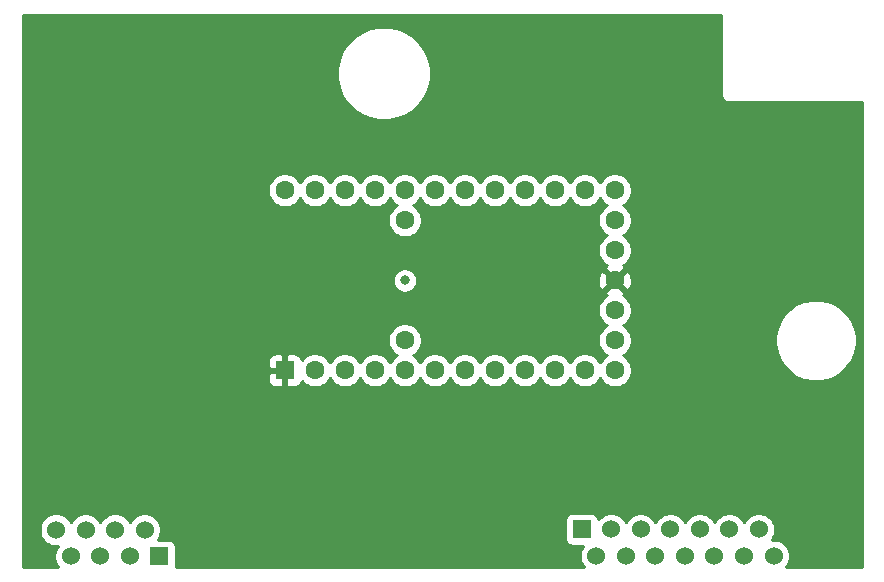
<source format=gbr>
G04 #@! TF.GenerationSoftware,KiCad,Pcbnew,(5.1.5-0-10_14)*
G04 #@! TF.CreationDate,2020-05-11T22:22:16+08:00*
G04 #@! TF.ProjectId,HHKB Lite 2,48484b42-204c-4697-9465-20322e6b6963,rev?*
G04 #@! TF.SameCoordinates,Original*
G04 #@! TF.FileFunction,Copper,L2,Bot*
G04 #@! TF.FilePolarity,Positive*
%FSLAX46Y46*%
G04 Gerber Fmt 4.6, Leading zero omitted, Abs format (unit mm)*
G04 Created by KiCad (PCBNEW (5.1.5-0-10_14)) date 2020-05-11 22:22:16*
%MOMM*%
%LPD*%
G04 APERTURE LIST*
%ADD10C,1.524000*%
%ADD11R,1.524000X1.524000*%
%ADD12C,1.600000*%
%ADD13R,1.600000X1.600000*%
%ADD14C,0.800000*%
%ADD15C,0.254000*%
G04 APERTURE END LIST*
D10*
X125412000Y-73188000D03*
X126662000Y-75438000D03*
X127912000Y-73188000D03*
X129162000Y-75438000D03*
X130412000Y-73188000D03*
X131662000Y-75438000D03*
X132912000Y-73188000D03*
D11*
X134162000Y-75438000D03*
D10*
X186160000Y-75402000D03*
X184910000Y-73152000D03*
X183660000Y-75402000D03*
X182410000Y-73152000D03*
X181160000Y-75402000D03*
X179910000Y-73152000D03*
X178660000Y-75402000D03*
X177410000Y-73152000D03*
X176160000Y-75402000D03*
X174910000Y-73152000D03*
X173660000Y-75402000D03*
X172410000Y-73152000D03*
X171160000Y-75402000D03*
D11*
X169910000Y-73152000D03*
D12*
X154940000Y-46990000D03*
X154940000Y-57150000D03*
X144780000Y-44450000D03*
X147320000Y-44450000D03*
X149860000Y-44450000D03*
X152400000Y-44450000D03*
X154940000Y-44450000D03*
X157480000Y-44450000D03*
X160020000Y-44450000D03*
X162560000Y-44450000D03*
X165100000Y-44450000D03*
X167640000Y-44450000D03*
X170180000Y-44450000D03*
X172720000Y-44450000D03*
X172720000Y-46990000D03*
X172720000Y-49530000D03*
X172720000Y-54610000D03*
X172720000Y-57150000D03*
X172720000Y-59690000D03*
X170180000Y-59690000D03*
X167640000Y-59690000D03*
X165100000Y-59690000D03*
X162560000Y-59690000D03*
X160020000Y-59690000D03*
X157480000Y-59690000D03*
X154940000Y-59690000D03*
X152400000Y-59690000D03*
X149860000Y-59690000D03*
X147320000Y-59690000D03*
D13*
X144780000Y-59690000D03*
D12*
X172720000Y-52070000D03*
D14*
X154940000Y-52070000D03*
D15*
G36*
X181712000Y-36289581D02*
G01*
X181708807Y-36322000D01*
X181721550Y-36451383D01*
X181759290Y-36575793D01*
X181820575Y-36690450D01*
X181903052Y-36790948D01*
X182003550Y-36873425D01*
X182118207Y-36934710D01*
X182242617Y-36972450D01*
X182372000Y-36985193D01*
X182404419Y-36982000D01*
X193650001Y-36982000D01*
X193650000Y-76302000D01*
X187235655Y-76302000D01*
X187245120Y-76292535D01*
X187398005Y-76063727D01*
X187503314Y-75809490D01*
X187557000Y-75539592D01*
X187557000Y-75264408D01*
X187503314Y-74994510D01*
X187398005Y-74740273D01*
X187245120Y-74511465D01*
X187050535Y-74316880D01*
X186821727Y-74163995D01*
X186567490Y-74058686D01*
X186297592Y-74005000D01*
X186022408Y-74005000D01*
X186019862Y-74005506D01*
X186148005Y-73813727D01*
X186253314Y-73559490D01*
X186307000Y-73289592D01*
X186307000Y-73014408D01*
X186253314Y-72744510D01*
X186148005Y-72490273D01*
X185995120Y-72261465D01*
X185800535Y-72066880D01*
X185571727Y-71913995D01*
X185317490Y-71808686D01*
X185047592Y-71755000D01*
X184772408Y-71755000D01*
X184502510Y-71808686D01*
X184248273Y-71913995D01*
X184019465Y-72066880D01*
X183824880Y-72261465D01*
X183671995Y-72490273D01*
X183660000Y-72519231D01*
X183648005Y-72490273D01*
X183495120Y-72261465D01*
X183300535Y-72066880D01*
X183071727Y-71913995D01*
X182817490Y-71808686D01*
X182547592Y-71755000D01*
X182272408Y-71755000D01*
X182002510Y-71808686D01*
X181748273Y-71913995D01*
X181519465Y-72066880D01*
X181324880Y-72261465D01*
X181171995Y-72490273D01*
X181160000Y-72519231D01*
X181148005Y-72490273D01*
X180995120Y-72261465D01*
X180800535Y-72066880D01*
X180571727Y-71913995D01*
X180317490Y-71808686D01*
X180047592Y-71755000D01*
X179772408Y-71755000D01*
X179502510Y-71808686D01*
X179248273Y-71913995D01*
X179019465Y-72066880D01*
X178824880Y-72261465D01*
X178671995Y-72490273D01*
X178660000Y-72519231D01*
X178648005Y-72490273D01*
X178495120Y-72261465D01*
X178300535Y-72066880D01*
X178071727Y-71913995D01*
X177817490Y-71808686D01*
X177547592Y-71755000D01*
X177272408Y-71755000D01*
X177002510Y-71808686D01*
X176748273Y-71913995D01*
X176519465Y-72066880D01*
X176324880Y-72261465D01*
X176171995Y-72490273D01*
X176160000Y-72519231D01*
X176148005Y-72490273D01*
X175995120Y-72261465D01*
X175800535Y-72066880D01*
X175571727Y-71913995D01*
X175317490Y-71808686D01*
X175047592Y-71755000D01*
X174772408Y-71755000D01*
X174502510Y-71808686D01*
X174248273Y-71913995D01*
X174019465Y-72066880D01*
X173824880Y-72261465D01*
X173671995Y-72490273D01*
X173660000Y-72519231D01*
X173648005Y-72490273D01*
X173495120Y-72261465D01*
X173300535Y-72066880D01*
X173071727Y-71913995D01*
X172817490Y-71808686D01*
X172547592Y-71755000D01*
X172272408Y-71755000D01*
X172002510Y-71808686D01*
X171748273Y-71913995D01*
X171519465Y-72066880D01*
X171324880Y-72261465D01*
X171300941Y-72297292D01*
X171297812Y-72265518D01*
X171261502Y-72145820D01*
X171202537Y-72035506D01*
X171123185Y-71938815D01*
X171026494Y-71859463D01*
X170916180Y-71800498D01*
X170796482Y-71764188D01*
X170672000Y-71751928D01*
X169148000Y-71751928D01*
X169023518Y-71764188D01*
X168903820Y-71800498D01*
X168793506Y-71859463D01*
X168696815Y-71938815D01*
X168617463Y-72035506D01*
X168558498Y-72145820D01*
X168522188Y-72265518D01*
X168509928Y-72390000D01*
X168509928Y-73914000D01*
X168522188Y-74038482D01*
X168558498Y-74158180D01*
X168617463Y-74268494D01*
X168696815Y-74365185D01*
X168793506Y-74444537D01*
X168903820Y-74503502D01*
X169023518Y-74539812D01*
X169148000Y-74552072D01*
X170047747Y-74552072D01*
X169921995Y-74740273D01*
X169816686Y-74994510D01*
X169763000Y-75264408D01*
X169763000Y-75539592D01*
X169816686Y-75809490D01*
X169921995Y-76063727D01*
X170074880Y-76292535D01*
X170084345Y-76302000D01*
X135552026Y-76302000D01*
X135562072Y-76200000D01*
X135562072Y-74676000D01*
X135549812Y-74551518D01*
X135513502Y-74431820D01*
X135454537Y-74321506D01*
X135375185Y-74224815D01*
X135278494Y-74145463D01*
X135168180Y-74086498D01*
X135048482Y-74050188D01*
X134924000Y-74037928D01*
X134024253Y-74037928D01*
X134150005Y-73849727D01*
X134255314Y-73595490D01*
X134309000Y-73325592D01*
X134309000Y-73050408D01*
X134255314Y-72780510D01*
X134150005Y-72526273D01*
X133997120Y-72297465D01*
X133802535Y-72102880D01*
X133573727Y-71949995D01*
X133319490Y-71844686D01*
X133049592Y-71791000D01*
X132774408Y-71791000D01*
X132504510Y-71844686D01*
X132250273Y-71949995D01*
X132021465Y-72102880D01*
X131826880Y-72297465D01*
X131673995Y-72526273D01*
X131662000Y-72555231D01*
X131650005Y-72526273D01*
X131497120Y-72297465D01*
X131302535Y-72102880D01*
X131073727Y-71949995D01*
X130819490Y-71844686D01*
X130549592Y-71791000D01*
X130274408Y-71791000D01*
X130004510Y-71844686D01*
X129750273Y-71949995D01*
X129521465Y-72102880D01*
X129326880Y-72297465D01*
X129173995Y-72526273D01*
X129162000Y-72555231D01*
X129150005Y-72526273D01*
X128997120Y-72297465D01*
X128802535Y-72102880D01*
X128573727Y-71949995D01*
X128319490Y-71844686D01*
X128049592Y-71791000D01*
X127774408Y-71791000D01*
X127504510Y-71844686D01*
X127250273Y-71949995D01*
X127021465Y-72102880D01*
X126826880Y-72297465D01*
X126673995Y-72526273D01*
X126662000Y-72555231D01*
X126650005Y-72526273D01*
X126497120Y-72297465D01*
X126302535Y-72102880D01*
X126073727Y-71949995D01*
X125819490Y-71844686D01*
X125549592Y-71791000D01*
X125274408Y-71791000D01*
X125004510Y-71844686D01*
X124750273Y-71949995D01*
X124521465Y-72102880D01*
X124326880Y-72297465D01*
X124173995Y-72526273D01*
X124068686Y-72780510D01*
X124015000Y-73050408D01*
X124015000Y-73325592D01*
X124068686Y-73595490D01*
X124173995Y-73849727D01*
X124326880Y-74078535D01*
X124521465Y-74273120D01*
X124750273Y-74426005D01*
X125004510Y-74531314D01*
X125274408Y-74585000D01*
X125549592Y-74585000D01*
X125552138Y-74584494D01*
X125423995Y-74776273D01*
X125318686Y-75030510D01*
X125265000Y-75300408D01*
X125265000Y-75575592D01*
X125318686Y-75845490D01*
X125423995Y-76099727D01*
X125559150Y-76302000D01*
X122580000Y-76302000D01*
X122580000Y-60490000D01*
X143341928Y-60490000D01*
X143354188Y-60614482D01*
X143390498Y-60734180D01*
X143449463Y-60844494D01*
X143528815Y-60941185D01*
X143625506Y-61020537D01*
X143735820Y-61079502D01*
X143855518Y-61115812D01*
X143980000Y-61128072D01*
X144494250Y-61125000D01*
X144653000Y-60966250D01*
X144653000Y-59817000D01*
X143503750Y-59817000D01*
X143345000Y-59975750D01*
X143341928Y-60490000D01*
X122580000Y-60490000D01*
X122580000Y-58890000D01*
X143341928Y-58890000D01*
X143345000Y-59404250D01*
X143503750Y-59563000D01*
X144653000Y-59563000D01*
X144653000Y-58413750D01*
X144907000Y-58413750D01*
X144907000Y-59563000D01*
X144927000Y-59563000D01*
X144927000Y-59817000D01*
X144907000Y-59817000D01*
X144907000Y-60966250D01*
X145065750Y-61125000D01*
X145580000Y-61128072D01*
X145704482Y-61115812D01*
X145824180Y-61079502D01*
X145934494Y-61020537D01*
X146031185Y-60941185D01*
X146110537Y-60844494D01*
X146169502Y-60734180D01*
X146205812Y-60614482D01*
X146206643Y-60606039D01*
X146405241Y-60804637D01*
X146640273Y-60961680D01*
X146901426Y-61069853D01*
X147178665Y-61125000D01*
X147461335Y-61125000D01*
X147738574Y-61069853D01*
X147999727Y-60961680D01*
X148234759Y-60804637D01*
X148434637Y-60604759D01*
X148590000Y-60372241D01*
X148745363Y-60604759D01*
X148945241Y-60804637D01*
X149180273Y-60961680D01*
X149441426Y-61069853D01*
X149718665Y-61125000D01*
X150001335Y-61125000D01*
X150278574Y-61069853D01*
X150539727Y-60961680D01*
X150774759Y-60804637D01*
X150974637Y-60604759D01*
X151130000Y-60372241D01*
X151285363Y-60604759D01*
X151485241Y-60804637D01*
X151720273Y-60961680D01*
X151981426Y-61069853D01*
X152258665Y-61125000D01*
X152541335Y-61125000D01*
X152818574Y-61069853D01*
X153079727Y-60961680D01*
X153314759Y-60804637D01*
X153514637Y-60604759D01*
X153670000Y-60372241D01*
X153825363Y-60604759D01*
X154025241Y-60804637D01*
X154260273Y-60961680D01*
X154521426Y-61069853D01*
X154798665Y-61125000D01*
X155081335Y-61125000D01*
X155358574Y-61069853D01*
X155619727Y-60961680D01*
X155854759Y-60804637D01*
X156054637Y-60604759D01*
X156210000Y-60372241D01*
X156365363Y-60604759D01*
X156565241Y-60804637D01*
X156800273Y-60961680D01*
X157061426Y-61069853D01*
X157338665Y-61125000D01*
X157621335Y-61125000D01*
X157898574Y-61069853D01*
X158159727Y-60961680D01*
X158394759Y-60804637D01*
X158594637Y-60604759D01*
X158750000Y-60372241D01*
X158905363Y-60604759D01*
X159105241Y-60804637D01*
X159340273Y-60961680D01*
X159601426Y-61069853D01*
X159878665Y-61125000D01*
X160161335Y-61125000D01*
X160438574Y-61069853D01*
X160699727Y-60961680D01*
X160934759Y-60804637D01*
X161134637Y-60604759D01*
X161290000Y-60372241D01*
X161445363Y-60604759D01*
X161645241Y-60804637D01*
X161880273Y-60961680D01*
X162141426Y-61069853D01*
X162418665Y-61125000D01*
X162701335Y-61125000D01*
X162978574Y-61069853D01*
X163239727Y-60961680D01*
X163474759Y-60804637D01*
X163674637Y-60604759D01*
X163830000Y-60372241D01*
X163985363Y-60604759D01*
X164185241Y-60804637D01*
X164420273Y-60961680D01*
X164681426Y-61069853D01*
X164958665Y-61125000D01*
X165241335Y-61125000D01*
X165518574Y-61069853D01*
X165779727Y-60961680D01*
X166014759Y-60804637D01*
X166214637Y-60604759D01*
X166370000Y-60372241D01*
X166525363Y-60604759D01*
X166725241Y-60804637D01*
X166960273Y-60961680D01*
X167221426Y-61069853D01*
X167498665Y-61125000D01*
X167781335Y-61125000D01*
X168058574Y-61069853D01*
X168319727Y-60961680D01*
X168554759Y-60804637D01*
X168754637Y-60604759D01*
X168910000Y-60372241D01*
X169065363Y-60604759D01*
X169265241Y-60804637D01*
X169500273Y-60961680D01*
X169761426Y-61069853D01*
X170038665Y-61125000D01*
X170321335Y-61125000D01*
X170598574Y-61069853D01*
X170859727Y-60961680D01*
X171094759Y-60804637D01*
X171294637Y-60604759D01*
X171450000Y-60372241D01*
X171605363Y-60604759D01*
X171805241Y-60804637D01*
X172040273Y-60961680D01*
X172301426Y-61069853D01*
X172578665Y-61125000D01*
X172861335Y-61125000D01*
X173138574Y-61069853D01*
X173399727Y-60961680D01*
X173634759Y-60804637D01*
X173834637Y-60604759D01*
X173991680Y-60369727D01*
X174099853Y-60108574D01*
X174155000Y-59831335D01*
X174155000Y-59548665D01*
X174099853Y-59271426D01*
X173991680Y-59010273D01*
X173834637Y-58775241D01*
X173634759Y-58575363D01*
X173402241Y-58420000D01*
X173634759Y-58264637D01*
X173834637Y-58064759D01*
X173991680Y-57829727D01*
X174099853Y-57568574D01*
X174155000Y-57291335D01*
X174155000Y-57008665D01*
X174115381Y-56809488D01*
X186280728Y-56809488D01*
X186280728Y-57490512D01*
X186413589Y-58158449D01*
X186674206Y-58787632D01*
X187052562Y-59353882D01*
X187534118Y-59835438D01*
X188100368Y-60213794D01*
X188729551Y-60474411D01*
X189397488Y-60607272D01*
X190078512Y-60607272D01*
X190746449Y-60474411D01*
X191375632Y-60213794D01*
X191941882Y-59835438D01*
X192423438Y-59353882D01*
X192801794Y-58787632D01*
X193062411Y-58158449D01*
X193195272Y-57490512D01*
X193195272Y-56809488D01*
X193062411Y-56141551D01*
X192801794Y-55512368D01*
X192423438Y-54946118D01*
X191941882Y-54464562D01*
X191375632Y-54086206D01*
X190746449Y-53825589D01*
X190078512Y-53692728D01*
X189397488Y-53692728D01*
X188729551Y-53825589D01*
X188100368Y-54086206D01*
X187534118Y-54464562D01*
X187052562Y-54946118D01*
X186674206Y-55512368D01*
X186413589Y-56141551D01*
X186280728Y-56809488D01*
X174115381Y-56809488D01*
X174099853Y-56731426D01*
X173991680Y-56470273D01*
X173834637Y-56235241D01*
X173634759Y-56035363D01*
X173402241Y-55880000D01*
X173634759Y-55724637D01*
X173834637Y-55524759D01*
X173991680Y-55289727D01*
X174099853Y-55028574D01*
X174155000Y-54751335D01*
X174155000Y-54468665D01*
X174099853Y-54191426D01*
X173991680Y-53930273D01*
X173834637Y-53695241D01*
X173634759Y-53495363D01*
X173400872Y-53339085D01*
X173461514Y-53306671D01*
X173533097Y-53062702D01*
X172720000Y-52249605D01*
X171906903Y-53062702D01*
X171978486Y-53306671D01*
X172042992Y-53337194D01*
X172040273Y-53338320D01*
X171805241Y-53495363D01*
X171605363Y-53695241D01*
X171448320Y-53930273D01*
X171340147Y-54191426D01*
X171285000Y-54468665D01*
X171285000Y-54751335D01*
X171340147Y-55028574D01*
X171448320Y-55289727D01*
X171605363Y-55524759D01*
X171805241Y-55724637D01*
X172037759Y-55880000D01*
X171805241Y-56035363D01*
X171605363Y-56235241D01*
X171448320Y-56470273D01*
X171340147Y-56731426D01*
X171285000Y-57008665D01*
X171285000Y-57291335D01*
X171340147Y-57568574D01*
X171448320Y-57829727D01*
X171605363Y-58064759D01*
X171805241Y-58264637D01*
X172037759Y-58420000D01*
X171805241Y-58575363D01*
X171605363Y-58775241D01*
X171450000Y-59007759D01*
X171294637Y-58775241D01*
X171094759Y-58575363D01*
X170859727Y-58418320D01*
X170598574Y-58310147D01*
X170321335Y-58255000D01*
X170038665Y-58255000D01*
X169761426Y-58310147D01*
X169500273Y-58418320D01*
X169265241Y-58575363D01*
X169065363Y-58775241D01*
X168910000Y-59007759D01*
X168754637Y-58775241D01*
X168554759Y-58575363D01*
X168319727Y-58418320D01*
X168058574Y-58310147D01*
X167781335Y-58255000D01*
X167498665Y-58255000D01*
X167221426Y-58310147D01*
X166960273Y-58418320D01*
X166725241Y-58575363D01*
X166525363Y-58775241D01*
X166370000Y-59007759D01*
X166214637Y-58775241D01*
X166014759Y-58575363D01*
X165779727Y-58418320D01*
X165518574Y-58310147D01*
X165241335Y-58255000D01*
X164958665Y-58255000D01*
X164681426Y-58310147D01*
X164420273Y-58418320D01*
X164185241Y-58575363D01*
X163985363Y-58775241D01*
X163830000Y-59007759D01*
X163674637Y-58775241D01*
X163474759Y-58575363D01*
X163239727Y-58418320D01*
X162978574Y-58310147D01*
X162701335Y-58255000D01*
X162418665Y-58255000D01*
X162141426Y-58310147D01*
X161880273Y-58418320D01*
X161645241Y-58575363D01*
X161445363Y-58775241D01*
X161290000Y-59007759D01*
X161134637Y-58775241D01*
X160934759Y-58575363D01*
X160699727Y-58418320D01*
X160438574Y-58310147D01*
X160161335Y-58255000D01*
X159878665Y-58255000D01*
X159601426Y-58310147D01*
X159340273Y-58418320D01*
X159105241Y-58575363D01*
X158905363Y-58775241D01*
X158750000Y-59007759D01*
X158594637Y-58775241D01*
X158394759Y-58575363D01*
X158159727Y-58418320D01*
X157898574Y-58310147D01*
X157621335Y-58255000D01*
X157338665Y-58255000D01*
X157061426Y-58310147D01*
X156800273Y-58418320D01*
X156565241Y-58575363D01*
X156365363Y-58775241D01*
X156210000Y-59007759D01*
X156054637Y-58775241D01*
X155854759Y-58575363D01*
X155622241Y-58420000D01*
X155854759Y-58264637D01*
X156054637Y-58064759D01*
X156211680Y-57829727D01*
X156319853Y-57568574D01*
X156375000Y-57291335D01*
X156375000Y-57008665D01*
X156319853Y-56731426D01*
X156211680Y-56470273D01*
X156054637Y-56235241D01*
X155854759Y-56035363D01*
X155619727Y-55878320D01*
X155358574Y-55770147D01*
X155081335Y-55715000D01*
X154798665Y-55715000D01*
X154521426Y-55770147D01*
X154260273Y-55878320D01*
X154025241Y-56035363D01*
X153825363Y-56235241D01*
X153668320Y-56470273D01*
X153560147Y-56731426D01*
X153505000Y-57008665D01*
X153505000Y-57291335D01*
X153560147Y-57568574D01*
X153668320Y-57829727D01*
X153825363Y-58064759D01*
X154025241Y-58264637D01*
X154257759Y-58420000D01*
X154025241Y-58575363D01*
X153825363Y-58775241D01*
X153670000Y-59007759D01*
X153514637Y-58775241D01*
X153314759Y-58575363D01*
X153079727Y-58418320D01*
X152818574Y-58310147D01*
X152541335Y-58255000D01*
X152258665Y-58255000D01*
X151981426Y-58310147D01*
X151720273Y-58418320D01*
X151485241Y-58575363D01*
X151285363Y-58775241D01*
X151130000Y-59007759D01*
X150974637Y-58775241D01*
X150774759Y-58575363D01*
X150539727Y-58418320D01*
X150278574Y-58310147D01*
X150001335Y-58255000D01*
X149718665Y-58255000D01*
X149441426Y-58310147D01*
X149180273Y-58418320D01*
X148945241Y-58575363D01*
X148745363Y-58775241D01*
X148590000Y-59007759D01*
X148434637Y-58775241D01*
X148234759Y-58575363D01*
X147999727Y-58418320D01*
X147738574Y-58310147D01*
X147461335Y-58255000D01*
X147178665Y-58255000D01*
X146901426Y-58310147D01*
X146640273Y-58418320D01*
X146405241Y-58575363D01*
X146206643Y-58773961D01*
X146205812Y-58765518D01*
X146169502Y-58645820D01*
X146110537Y-58535506D01*
X146031185Y-58438815D01*
X145934494Y-58359463D01*
X145824180Y-58300498D01*
X145704482Y-58264188D01*
X145580000Y-58251928D01*
X145065750Y-58255000D01*
X144907000Y-58413750D01*
X144653000Y-58413750D01*
X144494250Y-58255000D01*
X143980000Y-58251928D01*
X143855518Y-58264188D01*
X143735820Y-58300498D01*
X143625506Y-58359463D01*
X143528815Y-58438815D01*
X143449463Y-58535506D01*
X143390498Y-58645820D01*
X143354188Y-58765518D01*
X143341928Y-58890000D01*
X122580000Y-58890000D01*
X122580000Y-51968061D01*
X153905000Y-51968061D01*
X153905000Y-52171939D01*
X153944774Y-52371898D01*
X154022795Y-52560256D01*
X154136063Y-52729774D01*
X154280226Y-52873937D01*
X154449744Y-52987205D01*
X154638102Y-53065226D01*
X154838061Y-53105000D01*
X155041939Y-53105000D01*
X155241898Y-53065226D01*
X155430256Y-52987205D01*
X155599774Y-52873937D01*
X155743937Y-52729774D01*
X155857205Y-52560256D01*
X155935226Y-52371898D01*
X155975000Y-52171939D01*
X155975000Y-52140512D01*
X171279783Y-52140512D01*
X171321213Y-52420130D01*
X171416397Y-52686292D01*
X171483329Y-52811514D01*
X171727298Y-52883097D01*
X172540395Y-52070000D01*
X172899605Y-52070000D01*
X173712702Y-52883097D01*
X173956671Y-52811514D01*
X174077571Y-52556004D01*
X174146300Y-52281816D01*
X174160217Y-51999488D01*
X174118787Y-51719870D01*
X174023603Y-51453708D01*
X173956671Y-51328486D01*
X173712702Y-51256903D01*
X172899605Y-52070000D01*
X172540395Y-52070000D01*
X171727298Y-51256903D01*
X171483329Y-51328486D01*
X171362429Y-51583996D01*
X171293700Y-51858184D01*
X171279783Y-52140512D01*
X155975000Y-52140512D01*
X155975000Y-51968061D01*
X155935226Y-51768102D01*
X155857205Y-51579744D01*
X155743937Y-51410226D01*
X155599774Y-51266063D01*
X155430256Y-51152795D01*
X155241898Y-51074774D01*
X155041939Y-51035000D01*
X154838061Y-51035000D01*
X154638102Y-51074774D01*
X154449744Y-51152795D01*
X154280226Y-51266063D01*
X154136063Y-51410226D01*
X154022795Y-51579744D01*
X153944774Y-51768102D01*
X153905000Y-51968061D01*
X122580000Y-51968061D01*
X122580000Y-44308665D01*
X143345000Y-44308665D01*
X143345000Y-44591335D01*
X143400147Y-44868574D01*
X143508320Y-45129727D01*
X143665363Y-45364759D01*
X143865241Y-45564637D01*
X144100273Y-45721680D01*
X144361426Y-45829853D01*
X144638665Y-45885000D01*
X144921335Y-45885000D01*
X145198574Y-45829853D01*
X145459727Y-45721680D01*
X145694759Y-45564637D01*
X145894637Y-45364759D01*
X146050000Y-45132241D01*
X146205363Y-45364759D01*
X146405241Y-45564637D01*
X146640273Y-45721680D01*
X146901426Y-45829853D01*
X147178665Y-45885000D01*
X147461335Y-45885000D01*
X147738574Y-45829853D01*
X147999727Y-45721680D01*
X148234759Y-45564637D01*
X148434637Y-45364759D01*
X148590000Y-45132241D01*
X148745363Y-45364759D01*
X148945241Y-45564637D01*
X149180273Y-45721680D01*
X149441426Y-45829853D01*
X149718665Y-45885000D01*
X150001335Y-45885000D01*
X150278574Y-45829853D01*
X150539727Y-45721680D01*
X150774759Y-45564637D01*
X150974637Y-45364759D01*
X151130000Y-45132241D01*
X151285363Y-45364759D01*
X151485241Y-45564637D01*
X151720273Y-45721680D01*
X151981426Y-45829853D01*
X152258665Y-45885000D01*
X152541335Y-45885000D01*
X152818574Y-45829853D01*
X153079727Y-45721680D01*
X153314759Y-45564637D01*
X153514637Y-45364759D01*
X153670000Y-45132241D01*
X153825363Y-45364759D01*
X154025241Y-45564637D01*
X154257759Y-45720000D01*
X154025241Y-45875363D01*
X153825363Y-46075241D01*
X153668320Y-46310273D01*
X153560147Y-46571426D01*
X153505000Y-46848665D01*
X153505000Y-47131335D01*
X153560147Y-47408574D01*
X153668320Y-47669727D01*
X153825363Y-47904759D01*
X154025241Y-48104637D01*
X154260273Y-48261680D01*
X154521426Y-48369853D01*
X154798665Y-48425000D01*
X155081335Y-48425000D01*
X155358574Y-48369853D01*
X155619727Y-48261680D01*
X155854759Y-48104637D01*
X156054637Y-47904759D01*
X156211680Y-47669727D01*
X156319853Y-47408574D01*
X156375000Y-47131335D01*
X156375000Y-46848665D01*
X156319853Y-46571426D01*
X156211680Y-46310273D01*
X156054637Y-46075241D01*
X155854759Y-45875363D01*
X155622241Y-45720000D01*
X155854759Y-45564637D01*
X156054637Y-45364759D01*
X156210000Y-45132241D01*
X156365363Y-45364759D01*
X156565241Y-45564637D01*
X156800273Y-45721680D01*
X157061426Y-45829853D01*
X157338665Y-45885000D01*
X157621335Y-45885000D01*
X157898574Y-45829853D01*
X158159727Y-45721680D01*
X158394759Y-45564637D01*
X158594637Y-45364759D01*
X158750000Y-45132241D01*
X158905363Y-45364759D01*
X159105241Y-45564637D01*
X159340273Y-45721680D01*
X159601426Y-45829853D01*
X159878665Y-45885000D01*
X160161335Y-45885000D01*
X160438574Y-45829853D01*
X160699727Y-45721680D01*
X160934759Y-45564637D01*
X161134637Y-45364759D01*
X161290000Y-45132241D01*
X161445363Y-45364759D01*
X161645241Y-45564637D01*
X161880273Y-45721680D01*
X162141426Y-45829853D01*
X162418665Y-45885000D01*
X162701335Y-45885000D01*
X162978574Y-45829853D01*
X163239727Y-45721680D01*
X163474759Y-45564637D01*
X163674637Y-45364759D01*
X163830000Y-45132241D01*
X163985363Y-45364759D01*
X164185241Y-45564637D01*
X164420273Y-45721680D01*
X164681426Y-45829853D01*
X164958665Y-45885000D01*
X165241335Y-45885000D01*
X165518574Y-45829853D01*
X165779727Y-45721680D01*
X166014759Y-45564637D01*
X166214637Y-45364759D01*
X166370000Y-45132241D01*
X166525363Y-45364759D01*
X166725241Y-45564637D01*
X166960273Y-45721680D01*
X167221426Y-45829853D01*
X167498665Y-45885000D01*
X167781335Y-45885000D01*
X168058574Y-45829853D01*
X168319727Y-45721680D01*
X168554759Y-45564637D01*
X168754637Y-45364759D01*
X168910000Y-45132241D01*
X169065363Y-45364759D01*
X169265241Y-45564637D01*
X169500273Y-45721680D01*
X169761426Y-45829853D01*
X170038665Y-45885000D01*
X170321335Y-45885000D01*
X170598574Y-45829853D01*
X170859727Y-45721680D01*
X171094759Y-45564637D01*
X171294637Y-45364759D01*
X171450000Y-45132241D01*
X171605363Y-45364759D01*
X171805241Y-45564637D01*
X172037759Y-45720000D01*
X171805241Y-45875363D01*
X171605363Y-46075241D01*
X171448320Y-46310273D01*
X171340147Y-46571426D01*
X171285000Y-46848665D01*
X171285000Y-47131335D01*
X171340147Y-47408574D01*
X171448320Y-47669727D01*
X171605363Y-47904759D01*
X171805241Y-48104637D01*
X172037759Y-48260000D01*
X171805241Y-48415363D01*
X171605363Y-48615241D01*
X171448320Y-48850273D01*
X171340147Y-49111426D01*
X171285000Y-49388665D01*
X171285000Y-49671335D01*
X171340147Y-49948574D01*
X171448320Y-50209727D01*
X171605363Y-50444759D01*
X171805241Y-50644637D01*
X172039128Y-50800915D01*
X171978486Y-50833329D01*
X171906903Y-51077298D01*
X172720000Y-51890395D01*
X173533097Y-51077298D01*
X173461514Y-50833329D01*
X173397008Y-50802806D01*
X173399727Y-50801680D01*
X173634759Y-50644637D01*
X173834637Y-50444759D01*
X173991680Y-50209727D01*
X174099853Y-49948574D01*
X174155000Y-49671335D01*
X174155000Y-49388665D01*
X174099853Y-49111426D01*
X173991680Y-48850273D01*
X173834637Y-48615241D01*
X173634759Y-48415363D01*
X173402241Y-48260000D01*
X173634759Y-48104637D01*
X173834637Y-47904759D01*
X173991680Y-47669727D01*
X174099853Y-47408574D01*
X174155000Y-47131335D01*
X174155000Y-46848665D01*
X174099853Y-46571426D01*
X173991680Y-46310273D01*
X173834637Y-46075241D01*
X173634759Y-45875363D01*
X173402241Y-45720000D01*
X173634759Y-45564637D01*
X173834637Y-45364759D01*
X173991680Y-45129727D01*
X174099853Y-44868574D01*
X174155000Y-44591335D01*
X174155000Y-44308665D01*
X174099853Y-44031426D01*
X173991680Y-43770273D01*
X173834637Y-43535241D01*
X173634759Y-43335363D01*
X173399727Y-43178320D01*
X173138574Y-43070147D01*
X172861335Y-43015000D01*
X172578665Y-43015000D01*
X172301426Y-43070147D01*
X172040273Y-43178320D01*
X171805241Y-43335363D01*
X171605363Y-43535241D01*
X171450000Y-43767759D01*
X171294637Y-43535241D01*
X171094759Y-43335363D01*
X170859727Y-43178320D01*
X170598574Y-43070147D01*
X170321335Y-43015000D01*
X170038665Y-43015000D01*
X169761426Y-43070147D01*
X169500273Y-43178320D01*
X169265241Y-43335363D01*
X169065363Y-43535241D01*
X168910000Y-43767759D01*
X168754637Y-43535241D01*
X168554759Y-43335363D01*
X168319727Y-43178320D01*
X168058574Y-43070147D01*
X167781335Y-43015000D01*
X167498665Y-43015000D01*
X167221426Y-43070147D01*
X166960273Y-43178320D01*
X166725241Y-43335363D01*
X166525363Y-43535241D01*
X166370000Y-43767759D01*
X166214637Y-43535241D01*
X166014759Y-43335363D01*
X165779727Y-43178320D01*
X165518574Y-43070147D01*
X165241335Y-43015000D01*
X164958665Y-43015000D01*
X164681426Y-43070147D01*
X164420273Y-43178320D01*
X164185241Y-43335363D01*
X163985363Y-43535241D01*
X163830000Y-43767759D01*
X163674637Y-43535241D01*
X163474759Y-43335363D01*
X163239727Y-43178320D01*
X162978574Y-43070147D01*
X162701335Y-43015000D01*
X162418665Y-43015000D01*
X162141426Y-43070147D01*
X161880273Y-43178320D01*
X161645241Y-43335363D01*
X161445363Y-43535241D01*
X161290000Y-43767759D01*
X161134637Y-43535241D01*
X160934759Y-43335363D01*
X160699727Y-43178320D01*
X160438574Y-43070147D01*
X160161335Y-43015000D01*
X159878665Y-43015000D01*
X159601426Y-43070147D01*
X159340273Y-43178320D01*
X159105241Y-43335363D01*
X158905363Y-43535241D01*
X158750000Y-43767759D01*
X158594637Y-43535241D01*
X158394759Y-43335363D01*
X158159727Y-43178320D01*
X157898574Y-43070147D01*
X157621335Y-43015000D01*
X157338665Y-43015000D01*
X157061426Y-43070147D01*
X156800273Y-43178320D01*
X156565241Y-43335363D01*
X156365363Y-43535241D01*
X156210000Y-43767759D01*
X156054637Y-43535241D01*
X155854759Y-43335363D01*
X155619727Y-43178320D01*
X155358574Y-43070147D01*
X155081335Y-43015000D01*
X154798665Y-43015000D01*
X154521426Y-43070147D01*
X154260273Y-43178320D01*
X154025241Y-43335363D01*
X153825363Y-43535241D01*
X153670000Y-43767759D01*
X153514637Y-43535241D01*
X153314759Y-43335363D01*
X153079727Y-43178320D01*
X152818574Y-43070147D01*
X152541335Y-43015000D01*
X152258665Y-43015000D01*
X151981426Y-43070147D01*
X151720273Y-43178320D01*
X151485241Y-43335363D01*
X151285363Y-43535241D01*
X151130000Y-43767759D01*
X150974637Y-43535241D01*
X150774759Y-43335363D01*
X150539727Y-43178320D01*
X150278574Y-43070147D01*
X150001335Y-43015000D01*
X149718665Y-43015000D01*
X149441426Y-43070147D01*
X149180273Y-43178320D01*
X148945241Y-43335363D01*
X148745363Y-43535241D01*
X148590000Y-43767759D01*
X148434637Y-43535241D01*
X148234759Y-43335363D01*
X147999727Y-43178320D01*
X147738574Y-43070147D01*
X147461335Y-43015000D01*
X147178665Y-43015000D01*
X146901426Y-43070147D01*
X146640273Y-43178320D01*
X146405241Y-43335363D01*
X146205363Y-43535241D01*
X146050000Y-43767759D01*
X145894637Y-43535241D01*
X145694759Y-43335363D01*
X145459727Y-43178320D01*
X145198574Y-43070147D01*
X144921335Y-43015000D01*
X144638665Y-43015000D01*
X144361426Y-43070147D01*
X144100273Y-43178320D01*
X143865241Y-43335363D01*
X143665363Y-43535241D01*
X143508320Y-43770273D01*
X143400147Y-44031426D01*
X143345000Y-44308665D01*
X122580000Y-44308665D01*
X122580000Y-34153696D01*
X149199174Y-34153696D01*
X149199174Y-34934304D01*
X149351464Y-35699914D01*
X149650190Y-36421102D01*
X150083872Y-37070154D01*
X150635846Y-37622128D01*
X151284898Y-38055810D01*
X152006086Y-38354536D01*
X152771696Y-38506826D01*
X153552304Y-38506826D01*
X154317914Y-38354536D01*
X155039102Y-38055810D01*
X155688154Y-37622128D01*
X156240128Y-37070154D01*
X156673810Y-36421102D01*
X156972536Y-35699914D01*
X157124826Y-34934304D01*
X157124826Y-34153696D01*
X156972536Y-33388086D01*
X156673810Y-32666898D01*
X156240128Y-32017846D01*
X155688154Y-31465872D01*
X155039102Y-31032190D01*
X154317914Y-30733464D01*
X153552304Y-30581174D01*
X152771696Y-30581174D01*
X152006086Y-30733464D01*
X151284898Y-31032190D01*
X150635846Y-31465872D01*
X150083872Y-32017846D01*
X149650190Y-32666898D01*
X149351464Y-33388086D01*
X149199174Y-34153696D01*
X122580000Y-34153696D01*
X122580000Y-29616000D01*
X181712001Y-29616000D01*
X181712000Y-36289581D01*
G37*
X181712000Y-36289581D02*
X181708807Y-36322000D01*
X181721550Y-36451383D01*
X181759290Y-36575793D01*
X181820575Y-36690450D01*
X181903052Y-36790948D01*
X182003550Y-36873425D01*
X182118207Y-36934710D01*
X182242617Y-36972450D01*
X182372000Y-36985193D01*
X182404419Y-36982000D01*
X193650001Y-36982000D01*
X193650000Y-76302000D01*
X187235655Y-76302000D01*
X187245120Y-76292535D01*
X187398005Y-76063727D01*
X187503314Y-75809490D01*
X187557000Y-75539592D01*
X187557000Y-75264408D01*
X187503314Y-74994510D01*
X187398005Y-74740273D01*
X187245120Y-74511465D01*
X187050535Y-74316880D01*
X186821727Y-74163995D01*
X186567490Y-74058686D01*
X186297592Y-74005000D01*
X186022408Y-74005000D01*
X186019862Y-74005506D01*
X186148005Y-73813727D01*
X186253314Y-73559490D01*
X186307000Y-73289592D01*
X186307000Y-73014408D01*
X186253314Y-72744510D01*
X186148005Y-72490273D01*
X185995120Y-72261465D01*
X185800535Y-72066880D01*
X185571727Y-71913995D01*
X185317490Y-71808686D01*
X185047592Y-71755000D01*
X184772408Y-71755000D01*
X184502510Y-71808686D01*
X184248273Y-71913995D01*
X184019465Y-72066880D01*
X183824880Y-72261465D01*
X183671995Y-72490273D01*
X183660000Y-72519231D01*
X183648005Y-72490273D01*
X183495120Y-72261465D01*
X183300535Y-72066880D01*
X183071727Y-71913995D01*
X182817490Y-71808686D01*
X182547592Y-71755000D01*
X182272408Y-71755000D01*
X182002510Y-71808686D01*
X181748273Y-71913995D01*
X181519465Y-72066880D01*
X181324880Y-72261465D01*
X181171995Y-72490273D01*
X181160000Y-72519231D01*
X181148005Y-72490273D01*
X180995120Y-72261465D01*
X180800535Y-72066880D01*
X180571727Y-71913995D01*
X180317490Y-71808686D01*
X180047592Y-71755000D01*
X179772408Y-71755000D01*
X179502510Y-71808686D01*
X179248273Y-71913995D01*
X179019465Y-72066880D01*
X178824880Y-72261465D01*
X178671995Y-72490273D01*
X178660000Y-72519231D01*
X178648005Y-72490273D01*
X178495120Y-72261465D01*
X178300535Y-72066880D01*
X178071727Y-71913995D01*
X177817490Y-71808686D01*
X177547592Y-71755000D01*
X177272408Y-71755000D01*
X177002510Y-71808686D01*
X176748273Y-71913995D01*
X176519465Y-72066880D01*
X176324880Y-72261465D01*
X176171995Y-72490273D01*
X176160000Y-72519231D01*
X176148005Y-72490273D01*
X175995120Y-72261465D01*
X175800535Y-72066880D01*
X175571727Y-71913995D01*
X175317490Y-71808686D01*
X175047592Y-71755000D01*
X174772408Y-71755000D01*
X174502510Y-71808686D01*
X174248273Y-71913995D01*
X174019465Y-72066880D01*
X173824880Y-72261465D01*
X173671995Y-72490273D01*
X173660000Y-72519231D01*
X173648005Y-72490273D01*
X173495120Y-72261465D01*
X173300535Y-72066880D01*
X173071727Y-71913995D01*
X172817490Y-71808686D01*
X172547592Y-71755000D01*
X172272408Y-71755000D01*
X172002510Y-71808686D01*
X171748273Y-71913995D01*
X171519465Y-72066880D01*
X171324880Y-72261465D01*
X171300941Y-72297292D01*
X171297812Y-72265518D01*
X171261502Y-72145820D01*
X171202537Y-72035506D01*
X171123185Y-71938815D01*
X171026494Y-71859463D01*
X170916180Y-71800498D01*
X170796482Y-71764188D01*
X170672000Y-71751928D01*
X169148000Y-71751928D01*
X169023518Y-71764188D01*
X168903820Y-71800498D01*
X168793506Y-71859463D01*
X168696815Y-71938815D01*
X168617463Y-72035506D01*
X168558498Y-72145820D01*
X168522188Y-72265518D01*
X168509928Y-72390000D01*
X168509928Y-73914000D01*
X168522188Y-74038482D01*
X168558498Y-74158180D01*
X168617463Y-74268494D01*
X168696815Y-74365185D01*
X168793506Y-74444537D01*
X168903820Y-74503502D01*
X169023518Y-74539812D01*
X169148000Y-74552072D01*
X170047747Y-74552072D01*
X169921995Y-74740273D01*
X169816686Y-74994510D01*
X169763000Y-75264408D01*
X169763000Y-75539592D01*
X169816686Y-75809490D01*
X169921995Y-76063727D01*
X170074880Y-76292535D01*
X170084345Y-76302000D01*
X135552026Y-76302000D01*
X135562072Y-76200000D01*
X135562072Y-74676000D01*
X135549812Y-74551518D01*
X135513502Y-74431820D01*
X135454537Y-74321506D01*
X135375185Y-74224815D01*
X135278494Y-74145463D01*
X135168180Y-74086498D01*
X135048482Y-74050188D01*
X134924000Y-74037928D01*
X134024253Y-74037928D01*
X134150005Y-73849727D01*
X134255314Y-73595490D01*
X134309000Y-73325592D01*
X134309000Y-73050408D01*
X134255314Y-72780510D01*
X134150005Y-72526273D01*
X133997120Y-72297465D01*
X133802535Y-72102880D01*
X133573727Y-71949995D01*
X133319490Y-71844686D01*
X133049592Y-71791000D01*
X132774408Y-71791000D01*
X132504510Y-71844686D01*
X132250273Y-71949995D01*
X132021465Y-72102880D01*
X131826880Y-72297465D01*
X131673995Y-72526273D01*
X131662000Y-72555231D01*
X131650005Y-72526273D01*
X131497120Y-72297465D01*
X131302535Y-72102880D01*
X131073727Y-71949995D01*
X130819490Y-71844686D01*
X130549592Y-71791000D01*
X130274408Y-71791000D01*
X130004510Y-71844686D01*
X129750273Y-71949995D01*
X129521465Y-72102880D01*
X129326880Y-72297465D01*
X129173995Y-72526273D01*
X129162000Y-72555231D01*
X129150005Y-72526273D01*
X128997120Y-72297465D01*
X128802535Y-72102880D01*
X128573727Y-71949995D01*
X128319490Y-71844686D01*
X128049592Y-71791000D01*
X127774408Y-71791000D01*
X127504510Y-71844686D01*
X127250273Y-71949995D01*
X127021465Y-72102880D01*
X126826880Y-72297465D01*
X126673995Y-72526273D01*
X126662000Y-72555231D01*
X126650005Y-72526273D01*
X126497120Y-72297465D01*
X126302535Y-72102880D01*
X126073727Y-71949995D01*
X125819490Y-71844686D01*
X125549592Y-71791000D01*
X125274408Y-71791000D01*
X125004510Y-71844686D01*
X124750273Y-71949995D01*
X124521465Y-72102880D01*
X124326880Y-72297465D01*
X124173995Y-72526273D01*
X124068686Y-72780510D01*
X124015000Y-73050408D01*
X124015000Y-73325592D01*
X124068686Y-73595490D01*
X124173995Y-73849727D01*
X124326880Y-74078535D01*
X124521465Y-74273120D01*
X124750273Y-74426005D01*
X125004510Y-74531314D01*
X125274408Y-74585000D01*
X125549592Y-74585000D01*
X125552138Y-74584494D01*
X125423995Y-74776273D01*
X125318686Y-75030510D01*
X125265000Y-75300408D01*
X125265000Y-75575592D01*
X125318686Y-75845490D01*
X125423995Y-76099727D01*
X125559150Y-76302000D01*
X122580000Y-76302000D01*
X122580000Y-60490000D01*
X143341928Y-60490000D01*
X143354188Y-60614482D01*
X143390498Y-60734180D01*
X143449463Y-60844494D01*
X143528815Y-60941185D01*
X143625506Y-61020537D01*
X143735820Y-61079502D01*
X143855518Y-61115812D01*
X143980000Y-61128072D01*
X144494250Y-61125000D01*
X144653000Y-60966250D01*
X144653000Y-59817000D01*
X143503750Y-59817000D01*
X143345000Y-59975750D01*
X143341928Y-60490000D01*
X122580000Y-60490000D01*
X122580000Y-58890000D01*
X143341928Y-58890000D01*
X143345000Y-59404250D01*
X143503750Y-59563000D01*
X144653000Y-59563000D01*
X144653000Y-58413750D01*
X144907000Y-58413750D01*
X144907000Y-59563000D01*
X144927000Y-59563000D01*
X144927000Y-59817000D01*
X144907000Y-59817000D01*
X144907000Y-60966250D01*
X145065750Y-61125000D01*
X145580000Y-61128072D01*
X145704482Y-61115812D01*
X145824180Y-61079502D01*
X145934494Y-61020537D01*
X146031185Y-60941185D01*
X146110537Y-60844494D01*
X146169502Y-60734180D01*
X146205812Y-60614482D01*
X146206643Y-60606039D01*
X146405241Y-60804637D01*
X146640273Y-60961680D01*
X146901426Y-61069853D01*
X147178665Y-61125000D01*
X147461335Y-61125000D01*
X147738574Y-61069853D01*
X147999727Y-60961680D01*
X148234759Y-60804637D01*
X148434637Y-60604759D01*
X148590000Y-60372241D01*
X148745363Y-60604759D01*
X148945241Y-60804637D01*
X149180273Y-60961680D01*
X149441426Y-61069853D01*
X149718665Y-61125000D01*
X150001335Y-61125000D01*
X150278574Y-61069853D01*
X150539727Y-60961680D01*
X150774759Y-60804637D01*
X150974637Y-60604759D01*
X151130000Y-60372241D01*
X151285363Y-60604759D01*
X151485241Y-60804637D01*
X151720273Y-60961680D01*
X151981426Y-61069853D01*
X152258665Y-61125000D01*
X152541335Y-61125000D01*
X152818574Y-61069853D01*
X153079727Y-60961680D01*
X153314759Y-60804637D01*
X153514637Y-60604759D01*
X153670000Y-60372241D01*
X153825363Y-60604759D01*
X154025241Y-60804637D01*
X154260273Y-60961680D01*
X154521426Y-61069853D01*
X154798665Y-61125000D01*
X155081335Y-61125000D01*
X155358574Y-61069853D01*
X155619727Y-60961680D01*
X155854759Y-60804637D01*
X156054637Y-60604759D01*
X156210000Y-60372241D01*
X156365363Y-60604759D01*
X156565241Y-60804637D01*
X156800273Y-60961680D01*
X157061426Y-61069853D01*
X157338665Y-61125000D01*
X157621335Y-61125000D01*
X157898574Y-61069853D01*
X158159727Y-60961680D01*
X158394759Y-60804637D01*
X158594637Y-60604759D01*
X158750000Y-60372241D01*
X158905363Y-60604759D01*
X159105241Y-60804637D01*
X159340273Y-60961680D01*
X159601426Y-61069853D01*
X159878665Y-61125000D01*
X160161335Y-61125000D01*
X160438574Y-61069853D01*
X160699727Y-60961680D01*
X160934759Y-60804637D01*
X161134637Y-60604759D01*
X161290000Y-60372241D01*
X161445363Y-60604759D01*
X161645241Y-60804637D01*
X161880273Y-60961680D01*
X162141426Y-61069853D01*
X162418665Y-61125000D01*
X162701335Y-61125000D01*
X162978574Y-61069853D01*
X163239727Y-60961680D01*
X163474759Y-60804637D01*
X163674637Y-60604759D01*
X163830000Y-60372241D01*
X163985363Y-60604759D01*
X164185241Y-60804637D01*
X164420273Y-60961680D01*
X164681426Y-61069853D01*
X164958665Y-61125000D01*
X165241335Y-61125000D01*
X165518574Y-61069853D01*
X165779727Y-60961680D01*
X166014759Y-60804637D01*
X166214637Y-60604759D01*
X166370000Y-60372241D01*
X166525363Y-60604759D01*
X166725241Y-60804637D01*
X166960273Y-60961680D01*
X167221426Y-61069853D01*
X167498665Y-61125000D01*
X167781335Y-61125000D01*
X168058574Y-61069853D01*
X168319727Y-60961680D01*
X168554759Y-60804637D01*
X168754637Y-60604759D01*
X168910000Y-60372241D01*
X169065363Y-60604759D01*
X169265241Y-60804637D01*
X169500273Y-60961680D01*
X169761426Y-61069853D01*
X170038665Y-61125000D01*
X170321335Y-61125000D01*
X170598574Y-61069853D01*
X170859727Y-60961680D01*
X171094759Y-60804637D01*
X171294637Y-60604759D01*
X171450000Y-60372241D01*
X171605363Y-60604759D01*
X171805241Y-60804637D01*
X172040273Y-60961680D01*
X172301426Y-61069853D01*
X172578665Y-61125000D01*
X172861335Y-61125000D01*
X173138574Y-61069853D01*
X173399727Y-60961680D01*
X173634759Y-60804637D01*
X173834637Y-60604759D01*
X173991680Y-60369727D01*
X174099853Y-60108574D01*
X174155000Y-59831335D01*
X174155000Y-59548665D01*
X174099853Y-59271426D01*
X173991680Y-59010273D01*
X173834637Y-58775241D01*
X173634759Y-58575363D01*
X173402241Y-58420000D01*
X173634759Y-58264637D01*
X173834637Y-58064759D01*
X173991680Y-57829727D01*
X174099853Y-57568574D01*
X174155000Y-57291335D01*
X174155000Y-57008665D01*
X174115381Y-56809488D01*
X186280728Y-56809488D01*
X186280728Y-57490512D01*
X186413589Y-58158449D01*
X186674206Y-58787632D01*
X187052562Y-59353882D01*
X187534118Y-59835438D01*
X188100368Y-60213794D01*
X188729551Y-60474411D01*
X189397488Y-60607272D01*
X190078512Y-60607272D01*
X190746449Y-60474411D01*
X191375632Y-60213794D01*
X191941882Y-59835438D01*
X192423438Y-59353882D01*
X192801794Y-58787632D01*
X193062411Y-58158449D01*
X193195272Y-57490512D01*
X193195272Y-56809488D01*
X193062411Y-56141551D01*
X192801794Y-55512368D01*
X192423438Y-54946118D01*
X191941882Y-54464562D01*
X191375632Y-54086206D01*
X190746449Y-53825589D01*
X190078512Y-53692728D01*
X189397488Y-53692728D01*
X188729551Y-53825589D01*
X188100368Y-54086206D01*
X187534118Y-54464562D01*
X187052562Y-54946118D01*
X186674206Y-55512368D01*
X186413589Y-56141551D01*
X186280728Y-56809488D01*
X174115381Y-56809488D01*
X174099853Y-56731426D01*
X173991680Y-56470273D01*
X173834637Y-56235241D01*
X173634759Y-56035363D01*
X173402241Y-55880000D01*
X173634759Y-55724637D01*
X173834637Y-55524759D01*
X173991680Y-55289727D01*
X174099853Y-55028574D01*
X174155000Y-54751335D01*
X174155000Y-54468665D01*
X174099853Y-54191426D01*
X173991680Y-53930273D01*
X173834637Y-53695241D01*
X173634759Y-53495363D01*
X173400872Y-53339085D01*
X173461514Y-53306671D01*
X173533097Y-53062702D01*
X172720000Y-52249605D01*
X171906903Y-53062702D01*
X171978486Y-53306671D01*
X172042992Y-53337194D01*
X172040273Y-53338320D01*
X171805241Y-53495363D01*
X171605363Y-53695241D01*
X171448320Y-53930273D01*
X171340147Y-54191426D01*
X171285000Y-54468665D01*
X171285000Y-54751335D01*
X171340147Y-55028574D01*
X171448320Y-55289727D01*
X171605363Y-55524759D01*
X171805241Y-55724637D01*
X172037759Y-55880000D01*
X171805241Y-56035363D01*
X171605363Y-56235241D01*
X171448320Y-56470273D01*
X171340147Y-56731426D01*
X171285000Y-57008665D01*
X171285000Y-57291335D01*
X171340147Y-57568574D01*
X171448320Y-57829727D01*
X171605363Y-58064759D01*
X171805241Y-58264637D01*
X172037759Y-58420000D01*
X171805241Y-58575363D01*
X171605363Y-58775241D01*
X171450000Y-59007759D01*
X171294637Y-58775241D01*
X171094759Y-58575363D01*
X170859727Y-58418320D01*
X170598574Y-58310147D01*
X170321335Y-58255000D01*
X170038665Y-58255000D01*
X169761426Y-58310147D01*
X169500273Y-58418320D01*
X169265241Y-58575363D01*
X169065363Y-58775241D01*
X168910000Y-59007759D01*
X168754637Y-58775241D01*
X168554759Y-58575363D01*
X168319727Y-58418320D01*
X168058574Y-58310147D01*
X167781335Y-58255000D01*
X167498665Y-58255000D01*
X167221426Y-58310147D01*
X166960273Y-58418320D01*
X166725241Y-58575363D01*
X166525363Y-58775241D01*
X166370000Y-59007759D01*
X166214637Y-58775241D01*
X166014759Y-58575363D01*
X165779727Y-58418320D01*
X165518574Y-58310147D01*
X165241335Y-58255000D01*
X164958665Y-58255000D01*
X164681426Y-58310147D01*
X164420273Y-58418320D01*
X164185241Y-58575363D01*
X163985363Y-58775241D01*
X163830000Y-59007759D01*
X163674637Y-58775241D01*
X163474759Y-58575363D01*
X163239727Y-58418320D01*
X162978574Y-58310147D01*
X162701335Y-58255000D01*
X162418665Y-58255000D01*
X162141426Y-58310147D01*
X161880273Y-58418320D01*
X161645241Y-58575363D01*
X161445363Y-58775241D01*
X161290000Y-59007759D01*
X161134637Y-58775241D01*
X160934759Y-58575363D01*
X160699727Y-58418320D01*
X160438574Y-58310147D01*
X160161335Y-58255000D01*
X159878665Y-58255000D01*
X159601426Y-58310147D01*
X159340273Y-58418320D01*
X159105241Y-58575363D01*
X158905363Y-58775241D01*
X158750000Y-59007759D01*
X158594637Y-58775241D01*
X158394759Y-58575363D01*
X158159727Y-58418320D01*
X157898574Y-58310147D01*
X157621335Y-58255000D01*
X157338665Y-58255000D01*
X157061426Y-58310147D01*
X156800273Y-58418320D01*
X156565241Y-58575363D01*
X156365363Y-58775241D01*
X156210000Y-59007759D01*
X156054637Y-58775241D01*
X155854759Y-58575363D01*
X155622241Y-58420000D01*
X155854759Y-58264637D01*
X156054637Y-58064759D01*
X156211680Y-57829727D01*
X156319853Y-57568574D01*
X156375000Y-57291335D01*
X156375000Y-57008665D01*
X156319853Y-56731426D01*
X156211680Y-56470273D01*
X156054637Y-56235241D01*
X155854759Y-56035363D01*
X155619727Y-55878320D01*
X155358574Y-55770147D01*
X155081335Y-55715000D01*
X154798665Y-55715000D01*
X154521426Y-55770147D01*
X154260273Y-55878320D01*
X154025241Y-56035363D01*
X153825363Y-56235241D01*
X153668320Y-56470273D01*
X153560147Y-56731426D01*
X153505000Y-57008665D01*
X153505000Y-57291335D01*
X153560147Y-57568574D01*
X153668320Y-57829727D01*
X153825363Y-58064759D01*
X154025241Y-58264637D01*
X154257759Y-58420000D01*
X154025241Y-58575363D01*
X153825363Y-58775241D01*
X153670000Y-59007759D01*
X153514637Y-58775241D01*
X153314759Y-58575363D01*
X153079727Y-58418320D01*
X152818574Y-58310147D01*
X152541335Y-58255000D01*
X152258665Y-58255000D01*
X151981426Y-58310147D01*
X151720273Y-58418320D01*
X151485241Y-58575363D01*
X151285363Y-58775241D01*
X151130000Y-59007759D01*
X150974637Y-58775241D01*
X150774759Y-58575363D01*
X150539727Y-58418320D01*
X150278574Y-58310147D01*
X150001335Y-58255000D01*
X149718665Y-58255000D01*
X149441426Y-58310147D01*
X149180273Y-58418320D01*
X148945241Y-58575363D01*
X148745363Y-58775241D01*
X148590000Y-59007759D01*
X148434637Y-58775241D01*
X148234759Y-58575363D01*
X147999727Y-58418320D01*
X147738574Y-58310147D01*
X147461335Y-58255000D01*
X147178665Y-58255000D01*
X146901426Y-58310147D01*
X146640273Y-58418320D01*
X146405241Y-58575363D01*
X146206643Y-58773961D01*
X146205812Y-58765518D01*
X146169502Y-58645820D01*
X146110537Y-58535506D01*
X146031185Y-58438815D01*
X145934494Y-58359463D01*
X145824180Y-58300498D01*
X145704482Y-58264188D01*
X145580000Y-58251928D01*
X145065750Y-58255000D01*
X144907000Y-58413750D01*
X144653000Y-58413750D01*
X144494250Y-58255000D01*
X143980000Y-58251928D01*
X143855518Y-58264188D01*
X143735820Y-58300498D01*
X143625506Y-58359463D01*
X143528815Y-58438815D01*
X143449463Y-58535506D01*
X143390498Y-58645820D01*
X143354188Y-58765518D01*
X143341928Y-58890000D01*
X122580000Y-58890000D01*
X122580000Y-51968061D01*
X153905000Y-51968061D01*
X153905000Y-52171939D01*
X153944774Y-52371898D01*
X154022795Y-52560256D01*
X154136063Y-52729774D01*
X154280226Y-52873937D01*
X154449744Y-52987205D01*
X154638102Y-53065226D01*
X154838061Y-53105000D01*
X155041939Y-53105000D01*
X155241898Y-53065226D01*
X155430256Y-52987205D01*
X155599774Y-52873937D01*
X155743937Y-52729774D01*
X155857205Y-52560256D01*
X155935226Y-52371898D01*
X155975000Y-52171939D01*
X155975000Y-52140512D01*
X171279783Y-52140512D01*
X171321213Y-52420130D01*
X171416397Y-52686292D01*
X171483329Y-52811514D01*
X171727298Y-52883097D01*
X172540395Y-52070000D01*
X172899605Y-52070000D01*
X173712702Y-52883097D01*
X173956671Y-52811514D01*
X174077571Y-52556004D01*
X174146300Y-52281816D01*
X174160217Y-51999488D01*
X174118787Y-51719870D01*
X174023603Y-51453708D01*
X173956671Y-51328486D01*
X173712702Y-51256903D01*
X172899605Y-52070000D01*
X172540395Y-52070000D01*
X171727298Y-51256903D01*
X171483329Y-51328486D01*
X171362429Y-51583996D01*
X171293700Y-51858184D01*
X171279783Y-52140512D01*
X155975000Y-52140512D01*
X155975000Y-51968061D01*
X155935226Y-51768102D01*
X155857205Y-51579744D01*
X155743937Y-51410226D01*
X155599774Y-51266063D01*
X155430256Y-51152795D01*
X155241898Y-51074774D01*
X155041939Y-51035000D01*
X154838061Y-51035000D01*
X154638102Y-51074774D01*
X154449744Y-51152795D01*
X154280226Y-51266063D01*
X154136063Y-51410226D01*
X154022795Y-51579744D01*
X153944774Y-51768102D01*
X153905000Y-51968061D01*
X122580000Y-51968061D01*
X122580000Y-44308665D01*
X143345000Y-44308665D01*
X143345000Y-44591335D01*
X143400147Y-44868574D01*
X143508320Y-45129727D01*
X143665363Y-45364759D01*
X143865241Y-45564637D01*
X144100273Y-45721680D01*
X144361426Y-45829853D01*
X144638665Y-45885000D01*
X144921335Y-45885000D01*
X145198574Y-45829853D01*
X145459727Y-45721680D01*
X145694759Y-45564637D01*
X145894637Y-45364759D01*
X146050000Y-45132241D01*
X146205363Y-45364759D01*
X146405241Y-45564637D01*
X146640273Y-45721680D01*
X146901426Y-45829853D01*
X147178665Y-45885000D01*
X147461335Y-45885000D01*
X147738574Y-45829853D01*
X147999727Y-45721680D01*
X148234759Y-45564637D01*
X148434637Y-45364759D01*
X148590000Y-45132241D01*
X148745363Y-45364759D01*
X148945241Y-45564637D01*
X149180273Y-45721680D01*
X149441426Y-45829853D01*
X149718665Y-45885000D01*
X150001335Y-45885000D01*
X150278574Y-45829853D01*
X150539727Y-45721680D01*
X150774759Y-45564637D01*
X150974637Y-45364759D01*
X151130000Y-45132241D01*
X151285363Y-45364759D01*
X151485241Y-45564637D01*
X151720273Y-45721680D01*
X151981426Y-45829853D01*
X152258665Y-45885000D01*
X152541335Y-45885000D01*
X152818574Y-45829853D01*
X153079727Y-45721680D01*
X153314759Y-45564637D01*
X153514637Y-45364759D01*
X153670000Y-45132241D01*
X153825363Y-45364759D01*
X154025241Y-45564637D01*
X154257759Y-45720000D01*
X154025241Y-45875363D01*
X153825363Y-46075241D01*
X153668320Y-46310273D01*
X153560147Y-46571426D01*
X153505000Y-46848665D01*
X153505000Y-47131335D01*
X153560147Y-47408574D01*
X153668320Y-47669727D01*
X153825363Y-47904759D01*
X154025241Y-48104637D01*
X154260273Y-48261680D01*
X154521426Y-48369853D01*
X154798665Y-48425000D01*
X155081335Y-48425000D01*
X155358574Y-48369853D01*
X155619727Y-48261680D01*
X155854759Y-48104637D01*
X156054637Y-47904759D01*
X156211680Y-47669727D01*
X156319853Y-47408574D01*
X156375000Y-47131335D01*
X156375000Y-46848665D01*
X156319853Y-46571426D01*
X156211680Y-46310273D01*
X156054637Y-46075241D01*
X155854759Y-45875363D01*
X155622241Y-45720000D01*
X155854759Y-45564637D01*
X156054637Y-45364759D01*
X156210000Y-45132241D01*
X156365363Y-45364759D01*
X156565241Y-45564637D01*
X156800273Y-45721680D01*
X157061426Y-45829853D01*
X157338665Y-45885000D01*
X157621335Y-45885000D01*
X157898574Y-45829853D01*
X158159727Y-45721680D01*
X158394759Y-45564637D01*
X158594637Y-45364759D01*
X158750000Y-45132241D01*
X158905363Y-45364759D01*
X159105241Y-45564637D01*
X159340273Y-45721680D01*
X159601426Y-45829853D01*
X159878665Y-45885000D01*
X160161335Y-45885000D01*
X160438574Y-45829853D01*
X160699727Y-45721680D01*
X160934759Y-45564637D01*
X161134637Y-45364759D01*
X161290000Y-45132241D01*
X161445363Y-45364759D01*
X161645241Y-45564637D01*
X161880273Y-45721680D01*
X162141426Y-45829853D01*
X162418665Y-45885000D01*
X162701335Y-45885000D01*
X162978574Y-45829853D01*
X163239727Y-45721680D01*
X163474759Y-45564637D01*
X163674637Y-45364759D01*
X163830000Y-45132241D01*
X163985363Y-45364759D01*
X164185241Y-45564637D01*
X164420273Y-45721680D01*
X164681426Y-45829853D01*
X164958665Y-45885000D01*
X165241335Y-45885000D01*
X165518574Y-45829853D01*
X165779727Y-45721680D01*
X166014759Y-45564637D01*
X166214637Y-45364759D01*
X166370000Y-45132241D01*
X166525363Y-45364759D01*
X166725241Y-45564637D01*
X166960273Y-45721680D01*
X167221426Y-45829853D01*
X167498665Y-45885000D01*
X167781335Y-45885000D01*
X168058574Y-45829853D01*
X168319727Y-45721680D01*
X168554759Y-45564637D01*
X168754637Y-45364759D01*
X168910000Y-45132241D01*
X169065363Y-45364759D01*
X169265241Y-45564637D01*
X169500273Y-45721680D01*
X169761426Y-45829853D01*
X170038665Y-45885000D01*
X170321335Y-45885000D01*
X170598574Y-45829853D01*
X170859727Y-45721680D01*
X171094759Y-45564637D01*
X171294637Y-45364759D01*
X171450000Y-45132241D01*
X171605363Y-45364759D01*
X171805241Y-45564637D01*
X172037759Y-45720000D01*
X171805241Y-45875363D01*
X171605363Y-46075241D01*
X171448320Y-46310273D01*
X171340147Y-46571426D01*
X171285000Y-46848665D01*
X171285000Y-47131335D01*
X171340147Y-47408574D01*
X171448320Y-47669727D01*
X171605363Y-47904759D01*
X171805241Y-48104637D01*
X172037759Y-48260000D01*
X171805241Y-48415363D01*
X171605363Y-48615241D01*
X171448320Y-48850273D01*
X171340147Y-49111426D01*
X171285000Y-49388665D01*
X171285000Y-49671335D01*
X171340147Y-49948574D01*
X171448320Y-50209727D01*
X171605363Y-50444759D01*
X171805241Y-50644637D01*
X172039128Y-50800915D01*
X171978486Y-50833329D01*
X171906903Y-51077298D01*
X172720000Y-51890395D01*
X173533097Y-51077298D01*
X173461514Y-50833329D01*
X173397008Y-50802806D01*
X173399727Y-50801680D01*
X173634759Y-50644637D01*
X173834637Y-50444759D01*
X173991680Y-50209727D01*
X174099853Y-49948574D01*
X174155000Y-49671335D01*
X174155000Y-49388665D01*
X174099853Y-49111426D01*
X173991680Y-48850273D01*
X173834637Y-48615241D01*
X173634759Y-48415363D01*
X173402241Y-48260000D01*
X173634759Y-48104637D01*
X173834637Y-47904759D01*
X173991680Y-47669727D01*
X174099853Y-47408574D01*
X174155000Y-47131335D01*
X174155000Y-46848665D01*
X174099853Y-46571426D01*
X173991680Y-46310273D01*
X173834637Y-46075241D01*
X173634759Y-45875363D01*
X173402241Y-45720000D01*
X173634759Y-45564637D01*
X173834637Y-45364759D01*
X173991680Y-45129727D01*
X174099853Y-44868574D01*
X174155000Y-44591335D01*
X174155000Y-44308665D01*
X174099853Y-44031426D01*
X173991680Y-43770273D01*
X173834637Y-43535241D01*
X173634759Y-43335363D01*
X173399727Y-43178320D01*
X173138574Y-43070147D01*
X172861335Y-43015000D01*
X172578665Y-43015000D01*
X172301426Y-43070147D01*
X172040273Y-43178320D01*
X171805241Y-43335363D01*
X171605363Y-43535241D01*
X171450000Y-43767759D01*
X171294637Y-43535241D01*
X171094759Y-43335363D01*
X170859727Y-43178320D01*
X170598574Y-43070147D01*
X170321335Y-43015000D01*
X170038665Y-43015000D01*
X169761426Y-43070147D01*
X169500273Y-43178320D01*
X169265241Y-43335363D01*
X169065363Y-43535241D01*
X168910000Y-43767759D01*
X168754637Y-43535241D01*
X168554759Y-43335363D01*
X168319727Y-43178320D01*
X168058574Y-43070147D01*
X167781335Y-43015000D01*
X167498665Y-43015000D01*
X167221426Y-43070147D01*
X166960273Y-43178320D01*
X166725241Y-43335363D01*
X166525363Y-43535241D01*
X166370000Y-43767759D01*
X166214637Y-43535241D01*
X166014759Y-43335363D01*
X165779727Y-43178320D01*
X165518574Y-43070147D01*
X165241335Y-43015000D01*
X164958665Y-43015000D01*
X164681426Y-43070147D01*
X164420273Y-43178320D01*
X164185241Y-43335363D01*
X163985363Y-43535241D01*
X163830000Y-43767759D01*
X163674637Y-43535241D01*
X163474759Y-43335363D01*
X163239727Y-43178320D01*
X162978574Y-43070147D01*
X162701335Y-43015000D01*
X162418665Y-43015000D01*
X162141426Y-43070147D01*
X161880273Y-43178320D01*
X161645241Y-43335363D01*
X161445363Y-43535241D01*
X161290000Y-43767759D01*
X161134637Y-43535241D01*
X160934759Y-43335363D01*
X160699727Y-43178320D01*
X160438574Y-43070147D01*
X160161335Y-43015000D01*
X159878665Y-43015000D01*
X159601426Y-43070147D01*
X159340273Y-43178320D01*
X159105241Y-43335363D01*
X158905363Y-43535241D01*
X158750000Y-43767759D01*
X158594637Y-43535241D01*
X158394759Y-43335363D01*
X158159727Y-43178320D01*
X157898574Y-43070147D01*
X157621335Y-43015000D01*
X157338665Y-43015000D01*
X157061426Y-43070147D01*
X156800273Y-43178320D01*
X156565241Y-43335363D01*
X156365363Y-43535241D01*
X156210000Y-43767759D01*
X156054637Y-43535241D01*
X155854759Y-43335363D01*
X155619727Y-43178320D01*
X155358574Y-43070147D01*
X155081335Y-43015000D01*
X154798665Y-43015000D01*
X154521426Y-43070147D01*
X154260273Y-43178320D01*
X154025241Y-43335363D01*
X153825363Y-43535241D01*
X153670000Y-43767759D01*
X153514637Y-43535241D01*
X153314759Y-43335363D01*
X153079727Y-43178320D01*
X152818574Y-43070147D01*
X152541335Y-43015000D01*
X152258665Y-43015000D01*
X151981426Y-43070147D01*
X151720273Y-43178320D01*
X151485241Y-43335363D01*
X151285363Y-43535241D01*
X151130000Y-43767759D01*
X150974637Y-43535241D01*
X150774759Y-43335363D01*
X150539727Y-43178320D01*
X150278574Y-43070147D01*
X150001335Y-43015000D01*
X149718665Y-43015000D01*
X149441426Y-43070147D01*
X149180273Y-43178320D01*
X148945241Y-43335363D01*
X148745363Y-43535241D01*
X148590000Y-43767759D01*
X148434637Y-43535241D01*
X148234759Y-43335363D01*
X147999727Y-43178320D01*
X147738574Y-43070147D01*
X147461335Y-43015000D01*
X147178665Y-43015000D01*
X146901426Y-43070147D01*
X146640273Y-43178320D01*
X146405241Y-43335363D01*
X146205363Y-43535241D01*
X146050000Y-43767759D01*
X145894637Y-43535241D01*
X145694759Y-43335363D01*
X145459727Y-43178320D01*
X145198574Y-43070147D01*
X144921335Y-43015000D01*
X144638665Y-43015000D01*
X144361426Y-43070147D01*
X144100273Y-43178320D01*
X143865241Y-43335363D01*
X143665363Y-43535241D01*
X143508320Y-43770273D01*
X143400147Y-44031426D01*
X143345000Y-44308665D01*
X122580000Y-44308665D01*
X122580000Y-34153696D01*
X149199174Y-34153696D01*
X149199174Y-34934304D01*
X149351464Y-35699914D01*
X149650190Y-36421102D01*
X150083872Y-37070154D01*
X150635846Y-37622128D01*
X151284898Y-38055810D01*
X152006086Y-38354536D01*
X152771696Y-38506826D01*
X153552304Y-38506826D01*
X154317914Y-38354536D01*
X155039102Y-38055810D01*
X155688154Y-37622128D01*
X156240128Y-37070154D01*
X156673810Y-36421102D01*
X156972536Y-35699914D01*
X157124826Y-34934304D01*
X157124826Y-34153696D01*
X156972536Y-33388086D01*
X156673810Y-32666898D01*
X156240128Y-32017846D01*
X155688154Y-31465872D01*
X155039102Y-31032190D01*
X154317914Y-30733464D01*
X153552304Y-30581174D01*
X152771696Y-30581174D01*
X152006086Y-30733464D01*
X151284898Y-31032190D01*
X150635846Y-31465872D01*
X150083872Y-32017846D01*
X149650190Y-32666898D01*
X149351464Y-33388086D01*
X149199174Y-34153696D01*
X122580000Y-34153696D01*
X122580000Y-29616000D01*
X181712001Y-29616000D01*
X181712000Y-36289581D01*
M02*

</source>
